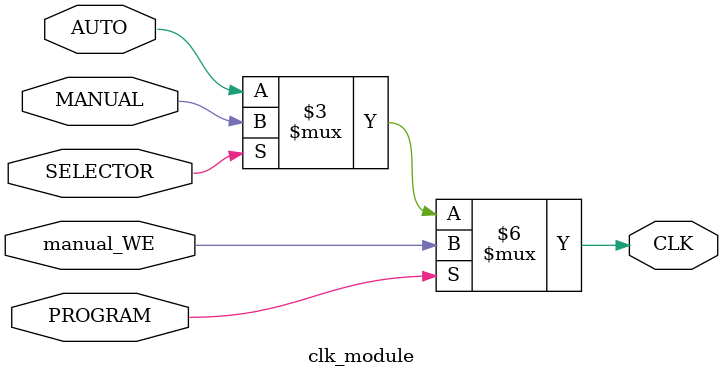
<source format=v>
module clk_module (
	input AUTO,
	input MANUAL,
	input SELECTOR,
	input PROGRAM,
	input manual_WE,
	output reg CLK
	);
	
	always @(*)
		begin
			if (PROGRAM)
				CLK <= manual_WE;
			else
				if (SELECTOR)
					CLK <= MANUAL;
				else
					CLK <= AUTO;
		end

endmodule

</source>
